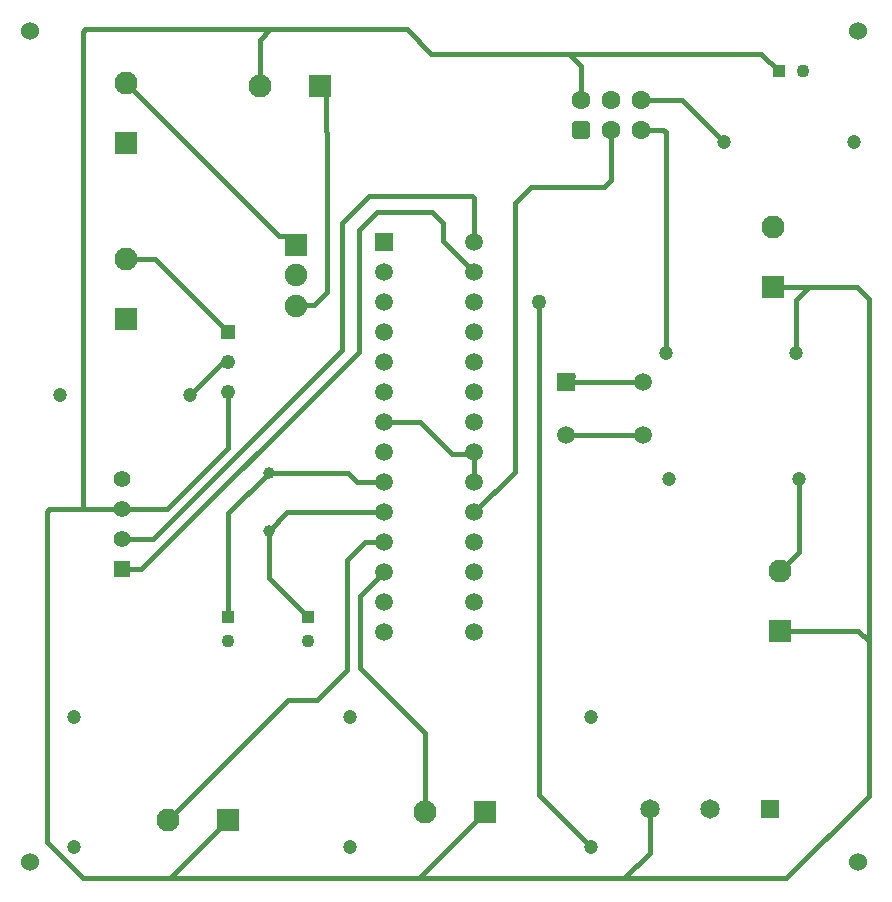
<source format=gtl>
G04*
G04 #@! TF.GenerationSoftware,Altium Limited,Altium Designer,25.2.1 (25)*
G04*
G04 Layer_Physical_Order=1*
G04 Layer_Color=255*
%FSLAX25Y25*%
%MOIN*%
G70*
G04*
G04 #@! TF.SameCoordinates,06D7508E-8D86-4BD8-A93B-F394D34A9F42*
G04*
G04*
G04 #@! TF.FilePolarity,Positive*
G04*
G01*
G75*
%ADD40C,0.01500*%
%ADD41C,0.06496*%
%ADD42R,0.06496X0.06496*%
%ADD43C,0.07677*%
%ADD44R,0.07677X0.07677*%
%ADD45C,0.04724*%
%ADD46C,0.04835*%
%ADD47R,0.04835X0.04835*%
%ADD48R,0.04331X0.04331*%
%ADD49C,0.04331*%
%ADD50C,0.07520*%
%ADD51R,0.07520X0.07520*%
%ADD52C,0.06000*%
%ADD53C,0.03965*%
%ADD54R,0.04331X0.04331*%
%ADD55R,0.05906X0.05906*%
%ADD56C,0.05906*%
%ADD57R,0.07677X0.07677*%
%ADD58C,0.05898*%
%ADD59R,0.05898X0.05898*%
%ADD60R,0.05472X0.05472*%
%ADD61C,0.05472*%
%ADD62C,0.06299*%
G04:AMPARAMS|DCode=63|XSize=62.99mil|YSize=62.99mil|CornerRadius=15.75mil|HoleSize=0mil|Usage=FLASHONLY|Rotation=0.000|XOffset=0mil|YOffset=0mil|HoleType=Round|Shape=RoundedRectangle|*
%AMROUNDEDRECTD63*
21,1,0.06299,0.03150,0,0,0.0*
21,1,0.03150,0.06299,0,0,0.0*
1,1,0.03150,0.01575,-0.01575*
1,1,0.03150,-0.01575,-0.01575*
1,1,0.03150,-0.01575,0.01575*
1,1,0.03150,0.01575,0.01575*
%
%ADD63ROUNDEDRECTD63*%
%ADD64C,0.05000*%
D40*
X272000Y325000D02*
Y335000D01*
X334968Y442500D02*
X335846Y441621D01*
Y368000D02*
Y441621D01*
X327500Y442500D02*
X334968D01*
X341347Y452500D02*
X355346Y438500D01*
X327500Y452500D02*
X341347D01*
X317500Y425879D02*
Y442500D01*
X315121Y423500D02*
X317500Y425879D01*
X291000Y423500D02*
X315121D01*
X285500Y418000D02*
X291000Y423500D01*
X285500Y328500D02*
Y418000D01*
X272000Y315000D02*
X285500Y328500D01*
X303500Y467924D02*
X307500Y463924D01*
Y452500D02*
Y463924D01*
X303500Y467924D02*
X367639D01*
X302705Y358358D02*
X304904Y360557D01*
X257576Y467924D02*
X303500D01*
X249500Y476000D02*
X257576Y467924D01*
X367639D02*
X373563Y462000D01*
X204000Y476000D02*
X249500D01*
X220500Y457000D02*
X222500Y455000D01*
Y442000D02*
Y455000D01*
X200500Y472500D02*
X204000Y476000D01*
X200500Y457000D02*
Y472500D01*
X293500Y220847D02*
X311000Y203346D01*
X293500Y220847D02*
Y385000D01*
X129500Y205000D02*
Y315121D01*
Y205000D02*
X141500Y193000D01*
X130379Y316000D02*
X141500D01*
X129500Y315121D02*
X130379Y316000D01*
X141500Y193000D02*
X170445D01*
X302705Y340642D02*
X328295D01*
X302705Y358358D02*
X328295D01*
X374000Y295500D02*
X380153Y301654D01*
Y326000D01*
X400000Y275500D02*
X403500Y272000D01*
X374000Y275500D02*
X400000D01*
X403500Y272000D02*
Y386000D01*
X379153Y385653D02*
X383500Y390000D01*
X379153Y368000D02*
Y385653D01*
X383500Y390000D02*
X399500D01*
X271500Y334500D02*
X272000Y335000D01*
X264500Y334500D02*
X271500D01*
X254000Y345000D02*
X264500Y334500D01*
X242000Y345000D02*
X254000D01*
X403500Y220500D02*
Y272000D01*
X376000Y193000D02*
X403500Y220500D01*
X165500Y399500D02*
X190000Y375000D01*
X156000Y399500D02*
X165500D01*
X189362Y364362D02*
X190000Y365000D01*
X187515Y364362D02*
X189362D01*
X177154Y354000D02*
X187515Y364362D01*
X141500Y316000D02*
X154500D01*
X141500Y475121D02*
X142379Y476000D01*
X204000D01*
X141500Y316000D02*
Y475121D01*
X234000Y287000D02*
X242000Y295000D01*
X234000Y263000D02*
Y287000D01*
Y263000D02*
X255500Y241500D01*
Y215000D02*
Y241500D01*
X235500Y305000D02*
X242000D01*
X229500Y299000D02*
X235500Y305000D01*
X229500Y262500D02*
Y299000D01*
X219500Y252500D02*
X229500Y262500D01*
X209945Y252500D02*
X219500D01*
X170000Y212555D02*
X209945Y252500D01*
X233000Y325000D02*
X242000D01*
X229894Y328106D02*
X233000Y325000D01*
X203500Y328106D02*
X229894D01*
X209606Y315000D02*
X242000D01*
X203500Y308894D02*
X209606Y315000D01*
X240855Y325000D02*
X242000D01*
X203500Y293000D02*
Y308894D01*
Y293000D02*
X216500Y280000D01*
X190000Y314606D02*
X203500Y328106D01*
X190000Y280000D02*
Y314606D01*
X261500Y405500D02*
X272000Y395000D01*
X261500Y405500D02*
Y411500D01*
X258000Y415000D02*
X261500Y411500D01*
X239500Y415000D02*
X258000D01*
X233500Y409000D02*
X239500Y415000D01*
X233500Y368500D02*
Y409000D01*
X161000Y296000D02*
X233500Y368500D01*
X272000Y405000D02*
Y419621D01*
X271121Y420500D02*
X272000Y419621D01*
X237000Y420500D02*
X271121D01*
X228000Y411500D02*
X237000Y420500D01*
X228000Y369000D02*
Y411500D01*
X165000Y306000D02*
X228000Y369000D01*
X154500Y296000D02*
X161000D01*
X154500Y306000D02*
X165000D01*
X190000Y336500D02*
Y355000D01*
X169500Y316000D02*
X190000Y336500D01*
X154500Y316000D02*
X169500D01*
X222500Y442000D02*
X223000Y441500D01*
Y388500D02*
Y441500D01*
X218510Y384010D02*
X223000Y388500D01*
X212589Y384010D02*
X218510D01*
X212500Y383921D02*
X212589Y384010D01*
X209490Y407010D02*
X212500Y404000D01*
X206990Y407010D02*
X209490D01*
X156000Y458000D02*
X206990Y407010D01*
X371500Y390000D02*
X383500D01*
X399500D02*
X403500Y386000D01*
X322000Y193000D02*
X376000D01*
X330500Y201500D02*
Y216000D01*
X322000Y193000D02*
X330500Y201500D01*
X253500Y193000D02*
X322000D01*
X253500D02*
X275500Y215000D01*
X170445Y193000D02*
X253500D01*
X170445D02*
X190000Y212555D01*
D41*
X330500Y216000D02*
D03*
X350500D02*
D03*
D42*
X370500D02*
D03*
D43*
X255500Y215000D02*
D03*
X170000Y212555D02*
D03*
X200500Y457000D02*
D03*
X156000Y399500D02*
D03*
Y458000D02*
D03*
X374000Y295500D02*
D03*
X371500Y410000D02*
D03*
D44*
X275500Y215000D02*
D03*
X190000Y212555D02*
D03*
X220500Y457000D02*
D03*
D45*
X335846Y368000D02*
D03*
X379153D02*
D03*
X380153Y326000D02*
D03*
X336846D02*
D03*
X177154Y354000D02*
D03*
X133846D02*
D03*
X138500Y203346D02*
D03*
Y246654D02*
D03*
X230500Y203346D02*
D03*
Y246654D02*
D03*
X311000Y203346D02*
D03*
Y246654D02*
D03*
X398654Y438500D02*
D03*
X355346D02*
D03*
D46*
X190000Y355000D02*
D03*
Y365000D02*
D03*
D47*
Y375000D02*
D03*
D48*
X373563Y462000D02*
D03*
D49*
X381437D02*
D03*
X190000Y272126D02*
D03*
X216500D02*
D03*
D50*
X212500Y383921D02*
D03*
Y393961D02*
D03*
D51*
Y404000D02*
D03*
D52*
X400000Y198500D02*
D03*
Y475500D02*
D03*
X124000D02*
D03*
Y198500D02*
D03*
D53*
X203500Y308894D02*
D03*
Y328106D02*
D03*
D54*
X190000Y280000D02*
D03*
X216500D02*
D03*
D55*
X242000Y405000D02*
D03*
D56*
Y395000D02*
D03*
Y385000D02*
D03*
Y375000D02*
D03*
Y365000D02*
D03*
Y355000D02*
D03*
Y345000D02*
D03*
Y335000D02*
D03*
Y325000D02*
D03*
Y315000D02*
D03*
Y305000D02*
D03*
Y295000D02*
D03*
Y285000D02*
D03*
Y275000D02*
D03*
X272000Y405000D02*
D03*
Y395000D02*
D03*
Y385000D02*
D03*
Y375000D02*
D03*
Y365000D02*
D03*
Y355000D02*
D03*
Y345000D02*
D03*
Y335000D02*
D03*
Y325000D02*
D03*
Y315000D02*
D03*
Y305000D02*
D03*
Y295000D02*
D03*
Y285000D02*
D03*
Y275000D02*
D03*
D57*
X156000Y379500D02*
D03*
Y438000D02*
D03*
X374000Y275500D02*
D03*
X371500Y390000D02*
D03*
D58*
X302705Y340642D02*
D03*
X328295D02*
D03*
Y358358D02*
D03*
D59*
X302705D02*
D03*
D60*
X154500Y296000D02*
D03*
D61*
Y306000D02*
D03*
Y316000D02*
D03*
Y326000D02*
D03*
D62*
X327500Y452500D02*
D03*
Y442500D02*
D03*
X317500Y452500D02*
D03*
Y442500D02*
D03*
X307500Y452500D02*
D03*
D63*
Y442500D02*
D03*
D64*
X293500Y385000D02*
D03*
M02*

</source>
